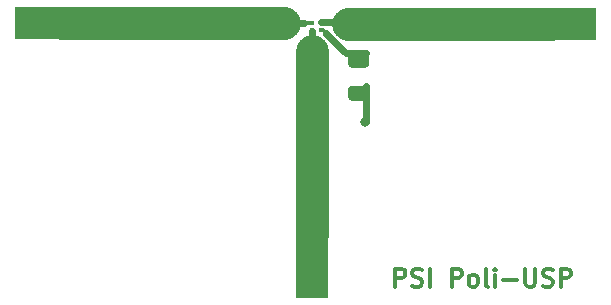
<source format=gbr>
G04 #@! TF.GenerationSoftware,KiCad,Pcbnew,(5.1.10)-1*
G04 #@! TF.CreationDate,2022-01-29T16:50:28-03:00*
G04 #@! TF.ProjectId,CPL,43504c2e-6b69-4636-9164-5f7063625858,rev?*
G04 #@! TF.SameCoordinates,Original*
G04 #@! TF.FileFunction,Copper,L1,Top*
G04 #@! TF.FilePolarity,Positive*
%FSLAX46Y46*%
G04 Gerber Fmt 4.6, Leading zero omitted, Abs format (unit mm)*
G04 Created by KiCad (PCBNEW (5.1.10)-1) date 2022-01-29 16:50:28*
%MOMM*%
%LPD*%
G01*
G04 APERTURE LIST*
G04 #@! TA.AperFunction,NonConductor*
%ADD10C,0.300000*%
G04 #@! TD*
G04 #@! TA.AperFunction,SMDPad,CuDef*
%ADD11R,2.803900X7.620000*%
G04 #@! TD*
G04 #@! TA.AperFunction,SMDPad,CuDef*
%ADD12R,7.620000X2.803900*%
G04 #@! TD*
G04 #@! TA.AperFunction,SMDPad,CuDef*
%ADD13R,0.400000X0.350000*%
G04 #@! TD*
G04 #@! TA.AperFunction,ViaPad*
%ADD14C,0.800000*%
G04 #@! TD*
G04 #@! TA.AperFunction,Conductor*
%ADD15C,0.600000*%
G04 #@! TD*
G04 #@! TA.AperFunction,Conductor*
%ADD16C,2.803900*%
G04 #@! TD*
G04 #@! TA.AperFunction,Conductor*
%ADD17C,0.350000*%
G04 #@! TD*
G04 #@! TA.AperFunction,Conductor*
%ADD18C,0.250000*%
G04 #@! TD*
G04 #@! TA.AperFunction,Conductor*
%ADD19C,2.804000*%
G04 #@! TD*
G04 APERTURE END LIST*
D10*
X169977882Y-136934331D02*
X169977882Y-135434331D01*
X170549311Y-135434331D01*
X170692168Y-135505760D01*
X170763597Y-135577188D01*
X170835025Y-135720045D01*
X170835025Y-135934331D01*
X170763597Y-136077188D01*
X170692168Y-136148617D01*
X170549311Y-136220045D01*
X169977882Y-136220045D01*
X171406454Y-136862902D02*
X171620740Y-136934331D01*
X171977882Y-136934331D01*
X172120740Y-136862902D01*
X172192168Y-136791474D01*
X172263597Y-136648617D01*
X172263597Y-136505760D01*
X172192168Y-136362902D01*
X172120740Y-136291474D01*
X171977882Y-136220045D01*
X171692168Y-136148617D01*
X171549311Y-136077188D01*
X171477882Y-136005760D01*
X171406454Y-135862902D01*
X171406454Y-135720045D01*
X171477882Y-135577188D01*
X171549311Y-135505760D01*
X171692168Y-135434331D01*
X172049311Y-135434331D01*
X172263597Y-135505760D01*
X172906454Y-136934331D02*
X172906454Y-135434331D01*
X174763597Y-136934331D02*
X174763597Y-135434331D01*
X175335025Y-135434331D01*
X175477882Y-135505760D01*
X175549311Y-135577188D01*
X175620740Y-135720045D01*
X175620740Y-135934331D01*
X175549311Y-136077188D01*
X175477882Y-136148617D01*
X175335025Y-136220045D01*
X174763597Y-136220045D01*
X176477882Y-136934331D02*
X176335025Y-136862902D01*
X176263597Y-136791474D01*
X176192168Y-136648617D01*
X176192168Y-136220045D01*
X176263597Y-136077188D01*
X176335025Y-136005760D01*
X176477882Y-135934331D01*
X176692168Y-135934331D01*
X176835025Y-136005760D01*
X176906454Y-136077188D01*
X176977882Y-136220045D01*
X176977882Y-136648617D01*
X176906454Y-136791474D01*
X176835025Y-136862902D01*
X176692168Y-136934331D01*
X176477882Y-136934331D01*
X177835025Y-136934331D02*
X177692168Y-136862902D01*
X177620740Y-136720045D01*
X177620740Y-135434331D01*
X178406454Y-136934331D02*
X178406454Y-135934331D01*
X178406454Y-135434331D02*
X178335025Y-135505760D01*
X178406454Y-135577188D01*
X178477882Y-135505760D01*
X178406454Y-135434331D01*
X178406454Y-135577188D01*
X179120740Y-136362902D02*
X180263597Y-136362902D01*
X180977882Y-135434331D02*
X180977882Y-136648617D01*
X181049311Y-136791474D01*
X181120740Y-136862902D01*
X181263597Y-136934331D01*
X181549311Y-136934331D01*
X181692168Y-136862902D01*
X181763597Y-136791474D01*
X181835025Y-136648617D01*
X181835025Y-135434331D01*
X182477882Y-136862902D02*
X182692168Y-136934331D01*
X183049311Y-136934331D01*
X183192168Y-136862902D01*
X183263597Y-136791474D01*
X183335025Y-136648617D01*
X183335025Y-136505760D01*
X183263597Y-136362902D01*
X183192168Y-136291474D01*
X183049311Y-136220045D01*
X182763597Y-136148617D01*
X182620740Y-136077188D01*
X182549311Y-136005760D01*
X182477882Y-135862902D01*
X182477882Y-135720045D01*
X182549311Y-135577188D01*
X182620740Y-135505760D01*
X182763597Y-135434331D01*
X183120740Y-135434331D01*
X183335025Y-135505760D01*
X183977882Y-136934331D02*
X183977882Y-135434331D01*
X184549311Y-135434331D01*
X184692168Y-135505760D01*
X184763597Y-135577188D01*
X184835025Y-135720045D01*
X184835025Y-135934331D01*
X184763597Y-136077188D01*
X184692168Y-136148617D01*
X184549311Y-136220045D01*
X183977882Y-136220045D01*
D11*
X162892740Y-134073900D03*
D12*
X183184800Y-114686080D03*
X141556740Y-114658140D03*
G04 #@! TA.AperFunction,SMDPad,CuDef*
G36*
G01*
X166253000Y-117151800D02*
X167503000Y-117151800D01*
G75*
G02*
X167753000Y-117401800I0J-250000D01*
G01*
X167753000Y-118151800D01*
G75*
G02*
X167503000Y-118401800I-250000J0D01*
G01*
X166253000Y-118401800D01*
G75*
G02*
X166003000Y-118151800I0J250000D01*
G01*
X166003000Y-117401800D01*
G75*
G02*
X166253000Y-117151800I250000J0D01*
G01*
G37*
G04 #@! TD.AperFunction*
G04 #@! TA.AperFunction,SMDPad,CuDef*
G36*
G01*
X166253000Y-119951800D02*
X167503000Y-119951800D01*
G75*
G02*
X167753000Y-120201800I0J-250000D01*
G01*
X167753000Y-120951800D01*
G75*
G02*
X167503000Y-121201800I-250000J0D01*
G01*
X166253000Y-121201800D01*
G75*
G02*
X166003000Y-120951800I0J250000D01*
G01*
X166003000Y-120201800D01*
G75*
G02*
X166253000Y-119951800I250000J0D01*
G01*
G37*
G04 #@! TD.AperFunction*
D13*
X162954740Y-114644760D03*
X162954740Y-115194760D03*
X163654740Y-114644760D03*
X163654740Y-115194760D03*
D14*
X167454740Y-123009760D03*
D15*
X167464740Y-122999760D02*
X167454740Y-123009760D01*
X167464740Y-119999760D02*
X167464740Y-122999760D01*
D16*
X141775240Y-114665760D02*
X160599120Y-114665760D01*
D15*
X160599120Y-114665760D02*
X162222180Y-114665760D01*
D17*
X162243180Y-114644760D02*
X162222180Y-114665760D01*
X162954740Y-114644760D02*
X162243180Y-114644760D01*
D16*
X176014640Y-114686080D02*
X166016940Y-114686080D01*
D18*
X165975620Y-114644760D02*
X166016940Y-114686080D01*
D19*
X176014640Y-114686080D02*
X183184800Y-114686080D01*
D15*
X165850619Y-114519759D02*
X163654740Y-114519759D01*
X165975620Y-114644760D02*
X165850619Y-114519759D01*
D16*
X162913060Y-132577840D02*
X162913060Y-117020340D01*
D18*
X162384740Y-116189760D02*
X162384740Y-118412260D01*
D17*
X162954740Y-116978660D02*
X162913060Y-117020340D01*
D15*
X162954740Y-116978660D02*
X162954740Y-115591360D01*
X162954740Y-115591360D02*
X162954740Y-115319770D01*
D17*
X163654740Y-115194760D02*
X163838300Y-115194760D01*
X163838300Y-115194760D02*
X164122100Y-115478560D01*
D15*
X165835680Y-117199760D02*
X167464740Y-117199760D01*
X165782257Y-117199760D02*
X165835680Y-117199760D01*
X164122100Y-115539603D02*
X165782257Y-117199760D01*
X164122100Y-115478560D02*
X164122100Y-115539603D01*
M02*

</source>
